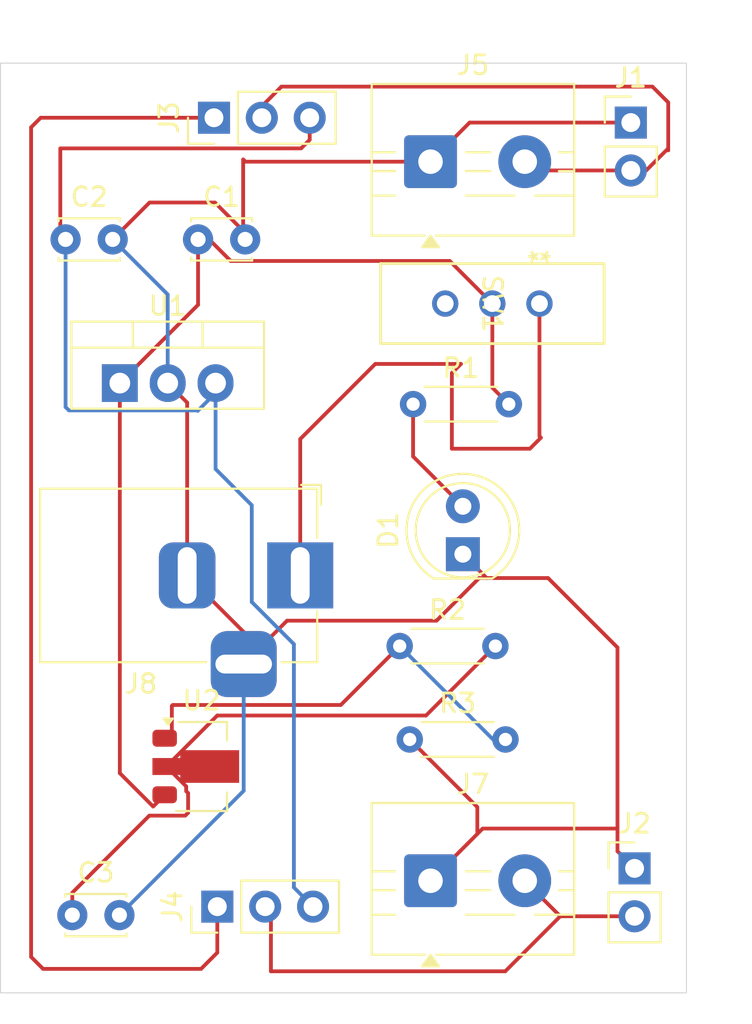
<source format=kicad_pcb>
(kicad_pcb (version 20241229) (generator "pcbnew") (generator_version "9.0")
  (layers (0 "F.Cu" signal) (2 "B.Cu" signal) (13 "F.Paste" user) (15 "B.Paste" user) (5 "F.SilkS" user "F.Silkscreen") (7 "B.SilkS" user "B.Silkscreen") (1 "F.Mask" user) (3 "B.Mask" user) (25 "Edge.Cuts" user))
  (net 0 "")
  (net 1 "GND")
  (net 2 "12v")
  (net 3 "5v")
  (net 4 "3.3")
  (net 5 "Net-(D1-A)")
  (net 6 "Net-(J1-Pin_2)")
  (net 7 "Net-(J2-Pin_2)")
  (net 8 "3.3v")
  (net 9 "Net-(J8-Pad1)")
  (net 10 "Net-(U2-ADJ)")
  (footprint "Package_TO_SOT_THT:TO-220-3_Vertical" (layer "F.Cu") (at 42.985653 62.916341)
    (property "Reference" "U1" (at 2.54 -4.1 0) (layer "F.SilkS"))
    (property "Value" "LM7805_TO220")
    (fp_line (start -2.57 -3.26) (end 7.65 -3.26) (stroke (width 0.12)) (layer "F.SilkS"))
    (fp_line (start -2.57 -1.88) (end 7.65 -1.88) (stroke (width 0.12)) (layer "F.SilkS"))
    (fp_line (start -2.57 1.36) (end -2.57 -3.26) (stroke (width 0.12)) (layer "F.SilkS"))
    (fp_line (start 0.69 -3.26) (end 0.69 -1.88) (stroke (width 0.12)) (layer "F.SilkS"))
    (fp_line (start 4.39 -3.26) (end 4.39 -1.88) (stroke (width 0.12)) (layer "F.SilkS"))
    (fp_line (start 7.65 -3.26) (end 7.65 1.36) (stroke (width 0.12)) (layer "F.SilkS"))
    (fp_line (start 7.65 1.36) (end -2.57 1.36) (stroke (width 0.12)) (layer "F.SilkS"))
    (pad "1" thru_hole rect (at 0 0) (size 1.905 2) (drill 1.1) (layers "*.Cu" "*.Mask") (net 2 "12v"))
    (pad "2" thru_hole oval (at 2.54 0) (size 1.905 2) (drill 1.1) (layers "*.Cu" "*.Mask") (net 1 "GND"))
    (pad "3" thru_hole oval (at 5.08 0) (size 1.905 2) (drill 1.1) (layers "*.Cu" "*.Mask") (net 3 "5v"))
  )
  (footprint "Resistor_THT:R_Axial_DIN0204_L3.6mm_D1.6mm_P5.08mm_Horizontal" (layer "F.Cu") (at 58.547 64.0334)
    (property "Reference" "R1" (at 2.54 -1.92 0) (layer "F.SilkS"))
    (property "Value" "330")
    (fp_line (start 0.62 -0.92) (end 4.46 -0.92) (stroke (width 0.12)) (layer "F.SilkS"))
    (fp_line (start 0.62 0.92) (end 4.46 0.92) (stroke (width 0.12)) (layer "F.SilkS"))
    (pad "1" thru_hole circle (at 0 0) (size 1.4 1.4) (drill 0.7) (layers "*.Cu" "*.Mask") (net 5 "Net-(D1-A)"))
    (pad "2" thru_hole circle (at 5.08 0) (size 1.4 1.4) (drill 0.7) (layers "*.Cu" "*.Mask") (net 2 "12v"))
  )
  (footprint "Connector_PinHeader_2.54mm:PinHeader_1x03_P2.54mm_Vertical" (layer "F.Cu") (at 48.1584 90.678 90)
    (property "Reference" "J4" (at 0 -2.38 90) (layer "F.SilkS"))
    (property "Value" "Conn_01x03_Pin")
    (fp_line (start -1.38 -1.38) (end 0 -1.38) (stroke (width 0.12)) (layer "F.SilkS"))
    (fp_line (start -1.38 0) (end -1.38 -1.38) (stroke (width 0.12)) (layer "F.SilkS"))
    (fp_line (start 1.38 1.27) (end 1.38 6.46) (stroke (width 0.12)) (layer "F.SilkS"))
    (fp_line (start -1.38 1.27) (end 1.38 1.27) (stroke (width 0.12)) (layer "F.SilkS"))
    (fp_line (start -1.38 1.27) (end -1.38 6.46) (stroke (width 0.12)) (layer "F.SilkS"))
    (fp_line (start -1.38 6.46) (end 1.38 6.46) (stroke (width 0.12)) (layer "F.SilkS"))
    (pad "1" thru_hole rect (at 0 0 90) (size 1.7 1.7) (drill 1) (layers "*.Cu" "*.Mask") (net 8 "3.3v"))
    (pad "2" thru_hole circle (at 0 2.54 90) (size 1.7 1.7) (drill 1) (layers "*.Cu" "*.Mask") (net 7 "Net-(J2-Pin_2)"))
    (pad "3" thru_hole circle (at 0 5.08 90) (size 1.7 1.7) (drill 1) (layers "*.Cu" "*.Mask") (net 3 "5v"))
  )
  (footprint "Connector_PinHeader_2.54mm:PinHeader_1x02_P2.54mm_Vertical" (layer "F.Cu") (at 70.3 88.65)
    (property "Reference" "J2" (at 0 -2.38 0) (layer "F.SilkS"))
    (property "Value" "Conn_01x02_Pin")
    (fp_line (start -1.38 -1.38) (end 0 -1.38) (stroke (width 0.12)) (layer "F.SilkS"))
    (fp_line (start -1.38 0) (end -1.38 -1.38) (stroke (width 0.12)) (layer "F.SilkS"))
    (fp_line (start -1.38 1.27) (end -1.38 3.92) (stroke (width 0.12)) (layer "F.SilkS"))
    (fp_line (start -1.38 1.27) (end 1.38 1.27) (stroke (width 0.12)) (layer "F.SilkS"))
    (fp_line (start -1.38 3.92) (end 1.38 3.92) (stroke (width 0.12)) (layer "F.SilkS"))
    (fp_line (start 1.38 1.27) (end 1.38 3.92) (stroke (width 0.12)) (layer "F.SilkS"))
    (pad "1" thru_hole rect (at 0 0) (size 1.7 1.7) (drill 1) (layers "*.Cu" "*.Mask") (net 1 "GND"))
    (pad "2" thru_hole circle (at 0 2.54) (size 1.7 1.7) (drill 1) (layers "*.Cu" "*.Mask") (net 7 "Net-(J2-Pin_2)"))
  )
  (footprint "footprints:SW_1218_EWI" (layer "F.Cu") (at 65.2526 58.6994 -90)
    (property "Reference" "SW1" (at 0 2.5 270) (layer "F.SilkS"))
    (property "Value" "EG1218")
    (fp_line (start -2.1209 8.4309) (end 2.1209 8.4309) (stroke (width 0.1524)) (layer "F.SilkS"))
    (fp_line (start 2.1209 8.4309) (end 2.1209 -3.4309) (stroke (width 0.1524)) (layer "F.SilkS"))
    (fp_line (start -2.1209 -3.4309) (end -2.1209 8.4309) (stroke (width 0.1524)) (layer "F.SilkS"))
    (fp_line (start 2.1209 -3.4309) (end -2.1209 -3.4309) (stroke (width 0.1524)) (layer "F.SilkS"))
    (fp_text user "*" (at -2.5019 0 90) (layer "F.SilkS"))
    (fp_text user "*" (at -2.5019 0 270) (layer "F.SilkS"))
    (pad "1" thru_hole circle (at 0 0 270) (size 1.397 1.397) (drill 0.889) (layers "*.Cu" "*.Mask") (net 9 "Net-(J8-Pad1)"))
    (pad "2" thru_hole circle (at 0 2.5 270) (size 1.397 1.397) (drill 0.889) (layers "*.Cu" "*.Mask") (net 2 "12v"))
    (pad "3" thru_hole circle (at 0 5 270) (size 1.397 1.397) (drill 0.889) (layers "*.Cu" "*.Mask"))
  )
  (footprint "Resistor_THT:R_Axial_DIN0204_L3.6mm_D1.6mm_P5.08mm_Horizontal" (layer "F.Cu") (at 58.3692 81.8134)
    (property "Reference" "R3" (at 2.54 -1.92 0) (layer "F.SilkS"))
    (property "Value" "560")
    (fp_line (start 0.62 -0.92) (end 4.46 -0.92) (stroke (width 0.12)) (layer "F.SilkS"))
    (fp_line (start 0.62 0.92) (end 4.46 0.92) (stroke (width 0.12)) (layer "F.SilkS"))
    (pad "1" thru_hole circle (at 0 0) (size 1.4 1.4) (drill 0.7) (layers "*.Cu" "*.Mask") (net 1 "GND"))
    (pad "2" thru_hole circle (at 5.08 0) (size 1.4 1.4) (drill 0.7) (layers "*.Cu" "*.Mask") (net 10 "Net-(U2-ADJ)"))
  )
  (footprint "Capacitor_THT:C_Disc_D3.0mm_W2.0mm_P2.50mm" (layer "F.Cu") (at 40.464703 91.128674)
    (property "Reference" "C3" (at 1.25 -2.25 0) (layer "F.SilkS"))
    (property "Value" "1u")
    (fp_line (start -0.37 -1.12) (end 2.87 -1.12) (stroke (width 0.12)) (layer "F.SilkS"))
    (fp_line (start -0.37 -0.972) (end -0.37 -1.12) (stroke (width 0.12)) (layer "F.SilkS"))
    (fp_line (start -0.37 1.12) (end -0.37 0.972) (stroke (width 0.12)) (layer "F.SilkS"))
    (fp_line (start 2.87 -1.12) (end 2.87 -0.972) (stroke (width 0.12)) (layer "F.SilkS"))
    (fp_line (start 2.87 0.972) (end 2.87 1.12) (stroke (width 0.12)) (layer "F.SilkS"))
    (fp_line (start 2.87 1.12) (end -0.37 1.12) (stroke (width 0.12)) (layer "F.SilkS"))
    (pad "1" thru_hole circle (at 0 0) (size 1.6 1.6) (drill 0.8) (layers "*.Cu" "*.Mask") (net 4 "3.3"))
    (pad "2" thru_hole circle (at 2.5 0) (size 1.6 1.6) (drill 0.8) (layers "*.Cu" "*.Mask") (net 1 "GND"))
  )
  (footprint "Connector_PinHeader_2.54mm:PinHeader_1x03_P2.54mm_Vertical" (layer "F.Cu") (at 47.9806 48.8442 90)
    (property "Reference" "J3" (at 0 -2.38 90) (layer "F.SilkS"))
    (property "Value" "Conn_01x03_Pin")
    (fp_line (start -1.38 -1.38) (end 0 -1.38) (stroke (width 0.12)) (layer "F.SilkS"))
    (fp_line (start -1.38 0) (end -1.38 -1.38) (stroke (width 0.12)) (layer "F.SilkS"))
    (fp_line (start 1.38 1.27) (end 1.38 6.46) (stroke (width 0.12)) (layer "F.SilkS"))
    (fp_line (start -1.38 1.27) (end 1.38 1.27) (stroke (width 0.12)) (layer "F.SilkS"))
    (fp_line (start -1.38 1.27) (end -1.38 6.46) (stroke (width 0.12)) (layer "F.SilkS"))
    (fp_line (start -1.38 6.46) (end 1.38 6.46) (stroke (width 0.12)) (layer "F.SilkS"))
    (pad "1" thru_hole rect (at 0 0 90) (size 1.7 1.7) (drill 1) (layers "*.Cu" "*.Mask") (net 8 "3.3v"))
    (pad "2" thru_hole circle (at 0 2.54 90) (size 1.7 1.7) (drill 1) (layers "*.Cu" "*.Mask") (net 6 "Net-(J1-Pin_2)"))
    (pad "3" thru_hole circle (at 0 5.08 90) (size 1.7 1.7) (drill 1) (layers "*.Cu" "*.Mask") (net 3 "5v"))
  )
  (footprint "LED_THT:LED_D5.0mm" (layer "F.Cu") (at 61.1886 71.9886 90)
    (property "Reference" "D1" (at 1.27 -3.96 90) (layer "F.SilkS"))
    (property "Value" "LED")
    (fp_line (start -1.29 -1.545) (end -1.29 1.545) (stroke (width 0.12)) (layer "F.SilkS"))
    (fp_arc (start -1.29 -1.54483) (mid 2.071779 -2.880495) (end 4.26 0) (stroke (width 0.12)) (layer "F.SilkS"))
    (fp_arc (start 4.26 0) (mid 2.071779 2.880495) (end -1.29 1.54483) (stroke (width 0.12)) (layer "F.SilkS"))
    (fp_circle (center 1.27 0) (end 3.77 0) (stroke (width 0.12)) (fill no) (layer "F.SilkS"))
    (pad "1" thru_hole rect (at 0 0 90) (size 1.8 1.8) (drill 0.9) (layers "*.Cu" "*.Mask") (net 1 "GND"))
    (pad "2" thru_hole circle (at 2.54 0 90) (size 1.8 1.8) (drill 0.9) (layers "*.Cu" "*.Mask") (net 5 "Net-(D1-A)"))
  )
  (footprint "TerminalBlock:TerminalBlock_MaiXu_MX126-5.0-02P_1x02_P5.00mm" (layer "F.Cu") (at 59.472 51.1739)
    (property "Reference" "J5" (at 2.25 -5.12 0) (layer "F.SilkS"))
    (property "Value" "Screw_Terminal_01x02")
    (fp_line (start -3.12 -4.12) (end 7.62 -4.12) (stroke (width 0.12)) (layer "F.SilkS"))
    (fp_line (start -3.12 -0.5) (end -1.88 -0.5) (stroke (width 0.12)) (layer "F.SilkS"))
    (fp_line (start -3.12 0.5) (end -1.88 0.5) (stroke (width 0.12)) (layer "F.SilkS"))
    (fp_line (start -3.12 1.8) (end -1.88 1.8) (stroke (width 0.12)) (layer "F.SilkS"))
    (fp_line (start -3.12 3.92) (end -3.12 -4.12) (stroke (width 0.12)) (layer "F.SilkS"))
    (fp_line (start -0.3 3.92) (end -3.12 3.92) (stroke (width 0.12)) (layer "F.SilkS"))
    (fp_line (start 1.88 -0.5) (end 3.188 -0.5) (stroke (width 0.12)) (layer "F.SilkS"))
    (fp_line (start 1.88 0.5) (end 3.188 0.5) (stroke (width 0.12)) (layer "F.SilkS"))
    (fp_line (start 1.88 1.8) (end 4.457 1.8) (stroke (width 0.12)) (layer "F.SilkS"))
    (fp_line (start 5.543 1.8) (end 7.62 1.8) (stroke (width 0.12)) (layer "F.SilkS"))
    (fp_line (start 6.812 -0.5) (end 7.62 -0.5) (stroke (width 0.12)) (layer "F.SilkS"))
    (fp_line (start 6.812 0.5) (end 7.62 0.5) (stroke (width 0.12)) (layer "F.SilkS"))
    (fp_line (start 7.62 -4.12) (end 7.62 3.92) (stroke (width 0.12)) (layer "F.SilkS"))
    (fp_line (start 7.62 3.92) (end 0.3 3.92) (stroke (width 0.12)) (layer "F.SilkS"))
    (fp_poly (pts (xy 0 3.92) (xy 0.44 4.53) (xy -0.44 4.53)) (stroke (width 0.12)) (fill yes) (layer "F.SilkS"))
    (pad "1" thru_hole roundrect (at 0 0) (size 2.8 2.8) (drill 1.3) (layers "*.Cu" "*.Mask") (roundrect_rratio 0.089286) (net 1 "GND"))
    (pad "2" thru_hole circle (at 5 0) (size 2.8 2.8) (drill 1.3) (layers "*.Cu" "*.Mask") (net 6 "Net-(J1-Pin_2)"))
  )
  (footprint "Capacitor_THT:C_Disc_D3.0mm_W2.0mm_P2.50mm" (layer "F.Cu") (at 47.137 55.2958)
    (property "Reference" "C1" (at 1.25 -2.25 0) (layer "F.SilkS"))
    (property "Value" "10u")
    (fp_line (start -0.37 -1.12) (end 2.87 -1.12) (stroke (width 0.12)) (layer "F.SilkS"))
    (fp_line (start -0.37 -0.972) (end -0.37 -1.12) (stroke (width 0.12)) (layer "F.SilkS"))
    (fp_line (start -0.37 1.12) (end -0.37 0.972) (stroke (width 0.12)) (layer "F.SilkS"))
    (fp_line (start 2.87 -1.12) (end 2.87 -0.972) (stroke (width 0.12)) (layer "F.SilkS"))
    (fp_line (start 2.87 0.972) (end 2.87 1.12) (stroke (width 0.12)) (layer "F.SilkS"))
    (fp_line (start 2.87 1.12) (end -0.37 1.12) (stroke (width 0.12)) (layer "F.SilkS"))
    (pad "1" thru_hole circle (at 0 0) (size 1.6 1.6) (drill 0.8) (layers "*.Cu" "*.Mask") (net 2 "12v"))
    (pad "2" thru_hole circle (at 2.5 0) (size 1.6 1.6) (drill 0.8) (layers "*.Cu" "*.Mask") (net 1 "GND"))
  )
  (footprint "Package_TO_SOT_SMD:SOT-89-3" (layer "F.Cu") (at 47.3154 83.2479)
    (property "Reference" "U2" (at 0 -3.5 0) (layer "F.SilkS"))
    (property "Value" "LM317L_SOT-89")
    (fp_line (start -1.22 -2.36) (end 1.36 -2.36) (stroke (width 0.12)) (layer "F.SilkS"))
    (fp_line (start 1.36 -1.38) (end 1.36 -2.36) (stroke (width 0.12)) (layer "F.SilkS"))
    (fp_line (start 1.36 1.38) (end 1.36 2.36) (stroke (width 0.12)) (layer "F.SilkS"))
    (fp_line (start 1.36 2.36) (end -1.36 2.36) (stroke (width 0.12)) (layer "F.SilkS"))
    (fp_poly (pts (xy -1.77 -2.21) (xy -2.01 -2.54) (xy -1.53 -2.54) (xy -1.77 -2.21)) (stroke (width 0.12)) (fill yes) (layer "F.SilkS"))
    (pad "1" smd roundrect (at -1.95 -1.5) (size 1.3 0.9) (layers "F.Cu" "F.Mask" "F.Paste") (net 10 "Net-(U2-ADJ)"))
    (pad "2" smd custom (at -1.8625 0) (size 1.475 0.9) (layers "F.Cu" "F.Mask" "F.Paste") (net 4 "3.3") (options (clearance outline) (anchor rect)) (primitives (gr_poly (pts (xy 3.8625 0.8665) (xy 0.7375 0.8665) (xy 0.7375 -0.8665) (xy 3.8625 -0.8665)) (width 0) (fill yes))))
    (pad "3" smd roundrect (at -1.95 1.5) (size 1.3 0.9) (layers "F.Cu" "F.Mask" "F.Paste") (net 2 "12v"))
  )
  (footprint "Resistor_THT:R_Axial_DIN0204_L3.6mm_D1.6mm_P5.08mm_Horizontal" (layer "F.Cu") (at 57.8358 76.8604)
    (property "Reference" "R2" (at 2.54 -1.92 0) (layer "F.SilkS"))
    (property "Value" "330")
    (fp_line (start 0.62 -0.92) (end 4.46 -0.92) (stroke (width 0.12)) (layer "F.SilkS"))
    (fp_line (start 0.62 0.92) (end 4.46 0.92) (stroke (width 0.12)) (layer "F.SilkS"))
    (pad "1" thru_hole circle (at 0 0) (size 1.4 1.4) (drill 0.7) (layers "*.Cu" "*.Mask") (net 10 "Net-(U2-ADJ)"))
    (pad "2" thru_hole circle (at 5.08 0) (size 1.4 1.4) (drill 0.7) (layers "*.Cu" "*.Mask") (net 4 "3.3"))
  )
  (footprint "Connector_BarrelJack:BarrelJack_Horizontal" (layer "F.Cu") (at 52.5582 73.115816)
    (property "Reference" "J8" (at -8.45 5.75 0) (layer "F.SilkS"))
    (property "Value" "Barrel_Jack_Switch")
    (fp_line (start -13.8 -4.6) (end 0.9 -4.6) (stroke (width 0.12)) (layer "F.SilkS"))
    (fp_line (start -13.8 4.6) (end -13.8 -4.6) (stroke (width 0.12)) (layer "F.SilkS"))
    (fp_line (start -5 4.6) (end -13.8 4.6) (stroke (width 0.12)) (layer "F.SilkS"))
    (fp_line (start 0.05 -4.8) (end 1.1 -4.8) (stroke (width 0.12)) (layer "F.SilkS"))
    (fp_line (start 0.9 -4.6) (end 0.9 -2) (stroke (width 0.12)) (layer "F.SilkS"))
    (fp_line (start 0.9 1.9) (end 0.9 4.6) (stroke (width 0.12)) (layer "F.SilkS"))
    (fp_line (start 0.9 4.6) (end -1 4.6) (stroke (width 0.12)) (layer "F.SilkS"))
    (fp_line (start 1.1 -3.75) (end 1.1 -4.8) (stroke (width 0.12)) (layer "F.SilkS"))
    (pad "1" thru_hole rect (at 0 0) (size 3.5 3.5) (drill oval 1 3) (layers "*.Cu" "*.Mask") (net 9 "Net-(J8-Pad1)"))
    (pad "2" thru_hole roundrect (at -6 0) (size 3 3.5) (drill oval 1 3) (layers "*.Cu" "*.Mask") (net 1 "GND"))
    (pad "3" thru_hole roundrect (at -3 4.7) (size 3.5 3.5) (drill oval 3 1) (layers "*.Cu" "*.Mask") (net 1 "GND"))
  )
  (footprint "Capacitor_THT:C_Disc_D3.0mm_W2.0mm_P2.50mm" (layer "F.Cu") (at 40.1066 55.2958)
    (property "Reference" "C2" (at 1.25 -2.25 0) (layer "F.SilkS"))
    (property "Value" "0.1u")
    (fp_line (start -0.37 -1.12) (end 2.87 -1.12) (stroke (width 0.12)) (layer "F.SilkS"))
    (fp_line (start -0.37 -0.972) (end -0.37 -1.12) (stroke (width 0.12)) (layer "F.SilkS"))
    (fp_line (start -0.37 1.12) (end -0.37 0.972) (stroke (width 0.12)) (layer "F.SilkS"))
    (fp_line (start 2.87 -1.12) (end 2.87 -0.972) (stroke (width 0.12)) (layer "F.SilkS"))
    (fp_line (start 2.87 0.972) (end 2.87 1.12) (stroke (width 0.12)) (layer "F.SilkS"))
    (fp_line (start 2.87 1.12) (end -0.37 1.12) (stroke (width 0.12)) (layer "F.SilkS"))
    (pad "1" thru_hole circle (at 0 0) (size 1.6 1.6) (drill 0.8) (layers "*.Cu" "*.Mask") (net 3 "5v"))
    (pad "2" thru_hole circle (at 2.5 0) (size 1.6 1.6) (drill 0.8) (layers "*.Cu" "*.Mask") (net 1 "GND"))
  )
  (footprint "Connector_PinHeader_2.54mm:PinHeader_1x02_P2.54mm_Vertical" (layer "F.Cu") (at 70.1 49.1)
    (property "Reference" "J1" (at 0 -2.38 0) (layer "F.SilkS"))
    (property "Value" "Conn_01x02_Pin")
    (fp_line (start -1.38 -1.38) (end 0 -1.38) (stroke (width 0.12)) (layer "F.SilkS"))
    (fp_line (start -1.38 0) (end -1.38 -1.38) (stroke (width 0.12)) (layer "F.SilkS"))
    (fp_line (start -1.38 1.27) (end -1.38 3.92) (stroke (width 0.12)) (layer "F.SilkS"))
    (fp_line (start -1.38 1.27) (end 1.38 1.27) (stroke (width 0.12)) (layer "F.SilkS"))
    (fp_line (start -1.38 3.92) (end 1.38 3.92) (stroke (width 0.12)) (layer "F.SilkS"))
    (fp_line (start 1.38 1.27) (end 1.38 3.92) (stroke (width 0.12)) (layer "F.SilkS"))
    (pad "1" thru_hole rect (at 0 0) (size 1.7 1.7) (drill 1) (layers "*.Cu" "*.Mask") (net 1 "GND"))
    (pad "2" thru_hole circle (at 0 2.54) (size 1.7 1.7) (drill 1) (layers "*.Cu" "*.Mask") (net 6 "Net-(J1-Pin_2)"))
  )
  (footprint "TerminalBlock:TerminalBlock_MaiXu_MX126-5.0-02P_1x02_P5.00mm" (layer "F.Cu") (at 59.472 89.3064)
    (property "Reference" "J7" (at 2.25 -5.12 0) (layer "F.SilkS"))
    (property "Value" "Screw_Terminal_01x02")
    (fp_line (start -3.12 -4.12) (end 7.62 -4.12) (stroke (width 0.12)) (layer "F.SilkS"))
    (fp_line (start -3.12 -0.5) (end -1.88 -0.5) (stroke (width 0.12)) (layer "F.SilkS"))
    (fp_line (start -3.12 0.5) (end -1.88 0.5) (stroke (width 0.12)) (layer "F.SilkS"))
    (fp_line (start -3.12 1.8) (end -1.88 1.8) (stroke (width 0.12)) (layer "F.SilkS"))
    (fp_line (start -3.12 3.92) (end -3.12 -4.12) (stroke (width 0.12)) (layer "F.SilkS"))
    (fp_line (start -0.3 3.92) (end -3.12 3.92) (stroke (width 0.12)) (layer "F.SilkS"))
    (fp_line (start 1.88 -0.5) (end 3.188 -0.5) (stroke (width 0.12)) (layer "F.SilkS"))
    (fp_line (start 1.88 0.5) (end 3.188 0.5) (stroke (width 0.12)) (layer "F.SilkS"))
    (fp_line (start 1.88 1.8) (end 4.457 1.8) (stroke (width 0.12)) (layer "F.SilkS"))
    (fp_line (start 5.543 1.8) (end 7.62 1.8) (stroke (width 0.12)) (layer "F.SilkS"))
    (fp_line (start 6.812 -0.5) (end 7.62 -0.5) (stroke (width 0.12)) (layer "F.SilkS"))
    (fp_line (start 6.812 0.5) (end 7.62 0.5) (stroke (width 0.12)) (layer "F.SilkS"))
    (fp_line (start 7.62 -4.12) (end 7.62 3.92) (stroke (width 0.12)) (layer "F.SilkS"))
    (fp_line (start 7.62 3.92) (end 0.3 3.92) (stroke (width 0.12)) (layer "F.SilkS"))
    (fp_poly (pts (xy 0 3.92) (xy 0.44 4.53) (xy -0.44 4.53)) (stroke (width 0.12)) (fill yes) (layer "F.SilkS"))
    (pad "1" thru_hole roundrect (at 0 0) (size 2.8 2.8) (drill 1.3) (layers "*.Cu" "*.Mask") (roundrect_rratio 0.089286) (net 1 "GND"))
    (pad "2" thru_hole circle (at 5 0) (size 2.8 2.8) (drill 1.3) (layers "*.Cu" "*.Mask") (net 7 "Net-(J2-Pin_2)"))
  )
  (gr_rect (start 36.6522 45.9486) (end 73.0504 95.25) (stroke (width 0.05)) (fill no) (layer "Edge.Cuts"))
  (segment (start 59.472 89.3064) (end 61.9559 86.8225) (width 0.2) (layer "F.Cu") (net 1))
  (segment (start 69.3928 87.7428) (end 70.3 88.65) (width 0.2) (layer "F.Cu") (net 1))
  (segment (start 69.3928 76.9366) (end 69.3928 86.5378) (width 0.2) (layer "F.Cu") (net 1))
  (segment (start 51.859816 75.5142) (end 59.7916 75.5142) (width 0.2) (layer "F.Cu") (net 1))
  (segment (start 49.5582 77.815816) (end 51.859816 75.5142) (width 0.2) (layer "F.Cu") (net 1))
  (segment (start 62.0522 73.2536) (end 62.4536 73.2536) (width 0.2) (layer "F.Cu") (net 1))
  (segment (start 46.5582 73.115816) (end 46.5582 63.948888) (width 0.2) (layer "F.Cu") (net 1))
  (segment (start 59.472 51.1739) (end 49.6499 51.1739) (width 0.2) (layer "F.Cu") (net 1))
  (segment (start 61.9559 86.8225) (end 62.2406 86.5378) (width 0.2) (layer "F.Cu") (net 1))
  (segment (start 49.53 51.054) (end 49.53 55.1888) (width 0.2) (layer "F.Cu") (net 1))
  (segment (start 49.637 55.2958) (end 49.637 54.9456) (width 0.2) (layer "F.Cu") (net 1))
  (segment (start 70.1 49.1) (end 61.5459 49.1) (width 0.2) (layer "F.Cu") (net 1))
  (segment (start 49.5582 76.115816) (end 46.5582 73.115816) (width 0.2) (layer "F.Cu") (net 1))
  (segment (start 58.3692 81.8134) (end 61.9559 85.4001) (width 0.2) (layer "F.Cu") (net 1))
  (segment (start 65.7098 73.2536) (end 69.3928 76.9366) (width 0.2) (layer "F.Cu") (net 1))
  (segment (start 61.5459 49.1) (end 59.472 51.1739) (width 0.2) (layer "F.Cu") (net 1))
  (segment (start 46.5582 63.948888) (end 45.525653 62.916341) (width 0.2) (layer "F.Cu") (net 1))
  (segment (start 49.637 54.9456) (end 48.0314 53.34) (width 0.2) (layer "F.Cu") (net 1))
  (segment (start 62.4536 73.2536) (end 65.7098 73.2536) (width 0.2) (layer "F.Cu") (net 1))
  (segment (start 61.1886 71.9886) (end 62.4536 73.2536) (width 0.2) (layer "F.Cu") (net 1))
  (segment (start 49.5582 77.815816) (end 49.5582 76.115816) (width 0.2) (layer "F.Cu") (net 1))
  (segment (start 49.6499 51.1739) (end 49.53 51.054) (width 0.2) (layer "F.Cu") (net 1))
  (segment (start 59.7916 75.5142) (end 62.0522 73.2536) (width 0.2) (layer "F.Cu") (net 1))
  (segment (start 49.53 55.1888) (end 49.637 55.2958) (width 0.2) (layer "F.Cu") (net 1))
  (segment (start 62.2406 86.5378) (end 69.3928 86.5378) (width 0.2) (layer "F.Cu") (net 1))
  (segment (start 69.3928 86.5378) (end 69.3928 87.7428) (width 0.2) (layer "F.Cu") (net 1))
  (segment (start 61.9559 85.4001) (end 61.9559 86.8225) (width 0.2) (layer "F.Cu") (net 1))
  (segment (start 44.5624 53.34) (end 42.6066 55.2958) (width 0.2) (layer "F.Cu") (net 1))
  (segment (start 48.0314 53.34) (end 44.5624 53.34) (width 0.2) (layer "F.Cu") (net 1))
  (segment (start 42.964703 91.128674) (end 49.5582 84.535177) (width 0.2) (layer "B.Cu") (net 1))
  (segment (start 49.5582 84.535177) (end 49.5582 77.815816) (width 0.2) (layer "B.Cu") (net 1))
  (segment (start 45.525653 58.214853) (end 45.525653 62.916341) (width 0.2) (layer "B.Cu") (net 1))
  (segment (start 42.6066 55.2958) (end 45.525653 58.214853) (width 0.2) (layer "B.Cu") (net 1))
  (segment (start 42.985653 62.916341) (end 42.985653 83.600253) (width 0.2) (layer "F.Cu") (net 2))
  (segment (start 45.3654 84.7588) (end 45.3654 84.7479) (width 0.2) (layer "F.Cu") (net 2))
  (segment (start 42.985653 83.600253) (end 44.7548 85.3694) (width 0.2) (layer "F.Cu") (net 2))
  (segment (start 62.7526 63.159) (end 63.627 64.0334) (width 0.2) (layer "F.Cu") (net 2))
  (segment (start 47.137 55.2958) (end 47.137 58.764994) (width 0.2) (layer "F.Cu") (net 2))
  (segment (start 47.137 55.2958) (end 47.7266 55.2958) (width 0.2) (layer "F.Cu") (net 2))
  (segment (start 62.7526 58.6994) (end 62.7526 63.159) (width 0.2) (layer "F.Cu") (net 2))
  (segment (start 44.7548 85.3694) (end 45.3654 84.7588) (width 0.2) (layer "F.Cu") (net 2))
  (segment (start 48.8696 56.4388) (end 60.492 56.4388) (width 0.2) (layer "F.Cu") (net 2))
  (segment (start 60.492 56.4388) (end 62.7526 58.6994) (width 0.2) (layer "F.Cu") (net 2))
  (segment (start 47.137 58.764994) (end 42.985653 62.916341) (width 0.2) (layer "F.Cu") (net 2))
  (segment (start 47.7266 55.2958) (end 48.8696 56.4388) (width 0.2) (layer "F.Cu") (net 2))
  (segment (start 39.8272 50.4698) (end 39.8272 55.0164) (width 0.2) (layer "F.Cu") (net 3))
  (segment (start 52.6034 50.4698) (end 39.8272 50.4698) (width 0.2) (layer "F.Cu") (net 3))
  (segment (start 53.0606 48.8442) (end 53.0606 50.0126) (width 0.2) (layer "F.Cu") (net 3))
  (segment (start 53.0606 50.0126) (end 52.6034 50.4698) (width 0.2) (layer "F.Cu") (net 3))
  (segment (start 39.8272 55.0164) (end 40.1066 55.2958) (width 0.2) (layer "F.Cu") (net 3))
  (segment (start 47.117 64.389) (end 48.065653 63.440347) (width 0.2) (layer "B.Cu") (net 3))
  (segment (start 40.1066 64.1858) (end 40.2844 64.3636) (width 0.2) (layer "B.Cu") (net 3))
  (segment (start 48.065653 63.440347) (end 48.065653 62.916341) (width 0.2) (layer "B.Cu") (net 3))
  (segment (start 40.2844 64.3636) (end 47.0916 64.3636) (width 0.2) (layer "B.Cu") (net 3))
  (segment (start 40.1066 55.2958) (end 40.1066 64.1858) (width 0.2) (layer "B.Cu") (net 3))
  (segment (start 49.9872 74.5236) (end 52.2224 76.7588) (width 0.2) (layer "B.Cu") (net 3))
  (segment (start 48.065653 67.471253) (end 49.9872 69.3928) (width 0.2) (layer "B.Cu") (net 3))
  (segment (start 52.2224 89.662) (end 53.2384 90.678) (width 0.2) (layer "B.Cu") (net 3))
  (segment (start 47.0916 64.3636) (end 47.117 64.389) (width 0.2) (layer "B.Cu") (net 3))
  (segment (start 52.2224 76.7588) (end 52.2224 89.662) (width 0.2) (layer "B.Cu") (net 3))
  (segment (start 48.065653 62.916341) (end 48.065653 67.471253) (width 0.2) (layer "B.Cu") (net 3))
  (segment (start 49.9872 69.3928) (end 49.9872 74.5236) (width 0.2) (layer "B.Cu") (net 3))
  (segment (start 59.2328 80.5434) (end 48.1574 80.5434) (width 0.2) (layer "F.Cu") (net 4))
  (segment (start 46.4566 85.852) (end 46.609 85.6996) (width 0.2) (layer "F.Cu") (net 4))
  (segment (start 46.609 85.6996) (end 46.609 84.6582) (width 0.2) (layer "F.Cu") (net 4))
  (segment (start 40.464703 91.128674) (end 40.464703 89.938897) (width 0.2) (layer "F.Cu") (net 4))
  (segment (start 46.5074 84.5566) (end 46.5074 84.3024) (width 0.2) (layer "F.Cu") (net 4))
  (segment (start 46.609 84.6582) (end 46.5074 84.5566) (width 0.2) (layer "F.Cu") (net 4))
  (segment (start 44.5516 85.852) (end 46.4566 85.852) (width 0.2) (layer "F.Cu") (net 4))
  (segment (start 62.9158 76.8604) (end 59.2328 80.5434) (width 0.2) (layer "F.Cu") (net 4))
  (segment (start 40.464703 89.938897) (end 44.5516 85.852) (width 0.2) (layer "F.Cu") (net 4))
  (segment (start 46.5074 84.3024) (end 45.4529 83.2479) (width 0.2) (layer "F.Cu") (net 4))
  (segment (start 48.1574 80.5434) (end 45.4529 83.2479) (width 0.2) (layer "F.Cu") (net 4))
  (segment (start 58.547 66.807) (end 61.1886 69.4486) (width 0.2) (layer "F.Cu") (net 5))
  (segment (start 58.547 64.0334) (end 58.547 66.807) (width 0.2) (layer "F.Cu") (net 5))
  (segment (start 70.1 51.64) (end 70.915 51.64) (width 0.2) (layer "F.Cu") (net 6))
  (segment (start 72.0344 50.5206) (end 72.0852 50.5714) (width 0.2) (layer "F.Cu") (net 6))
  (segment (start 72.0852 48.0314) (end 71.247 47.1932) (width 0.2) (layer "F.Cu") (net 6))
  (segment (start 64.9381 51.64) (end 64.472 51.1739) (width 0.2) (layer "F.Cu") (net 6))
  (segment (start 70.1 51.64) (end 64.9381 51.64) (width 0.2) (layer "F.Cu") (net 6))
  (segment (start 51.562 47.1932) (end 50.5206 48.2346) (width 0.2) (layer "F.Cu") (net 6))
  (segment (start 50.5206 48.2346) (end 50.5206 48.8442) (width 0.2) (layer "F.Cu") (net 6))
  (segment (start 70.915 51.64) (end 72.0344 50.5206) (width 0.2) (layer "F.Cu") (net 6))
  (segment (start 71.247 47.1932) (end 51.562 47.1932) (width 0.2) (layer "F.Cu") (net 6))
  (segment (start 72.0852 50.5714) (end 72.0852 48.0314) (width 0.2) (layer "F.Cu") (net 6))
  (segment (start 70.3 91.19) (end 66.3556 91.19) (width 0.2) (layer "F.Cu") (net 7))
  (segment (start 51.0032 90.9828) (end 51.0032 94.107) (width 0.2) (layer "F.Cu") (net 7))
  (segment (start 63.4386 94.107) (end 66.3556 91.19) (width 0.2) (layer "F.Cu") (net 7))
  (segment (start 50.6984 90.678) (end 51.0032 90.9828) (width 0.2) (layer "F.Cu") (net 7))
  (segment (start 66.3556 91.19) (end 64.472 89.3064) (width 0.2) (layer "F.Cu") (net 7))
  (segment (start 51.0032 94.107) (end 63.4386 94.107) (width 0.2) (layer "F.Cu") (net 7))
  (segment (start 38.2778 93.345) (end 38.9128 93.98) (width 0.2) (layer "F.Cu") (net 8))
  (segment (start 38.2778 49.3522) (end 38.2778 93.345) (width 0.2) (layer "F.Cu") (net 8))
  (segment (start 47.9806 48.8442) (end 38.7858 48.8442) (width 0.2) (layer "F.Cu") (net 8))
  (segment (start 38.9128 93.98) (end 47.2948 93.98) (width 0.2) (layer "F.Cu") (net 8))
  (segment (start 47.2948 93.98) (end 48.1584 93.1164) (width 0.2) (layer "F.Cu") (net 8))
  (segment (start 38.7858 48.8442) (end 38.2778 49.3522) (width 0.2) (layer "F.Cu") (net 8))
  (segment (start 48.1584 93.1164) (end 48.1584 90.678) (width 0.2) (layer "F.Cu") (net 8))
  (segment (start 65.2526 58.6994) (end 65.2526 65.7352) (width 0.2) (layer "F.Cu") (net 9))
  (segment (start 61.087 61.8998) (end 56.5404 61.8998) (width 0.2) (layer "F.Cu") (net 9))
  (segment (start 60.6044 62.3824) (end 61.087 61.8998) (width 0.2) (layer "F.Cu") (net 9))
  (segment (start 65.2526 65.7352) (end 65.3288 65.8114) (width 0.2) (layer "F.Cu") (net 9))
  (segment (start 60.6044 66.3956) (end 60.6044 62.3824) (width 0.2) (layer "F.Cu") (net 9))
  (segment (start 52.5582 65.882) (end 52.5582 73.115816) (width 0.2) (layer "F.Cu") (net 9))
  (segment (start 64.7446 66.3956) (end 60.6044 66.3956) (width 0.2) (layer "F.Cu") (net 9))
  (segment (start 56.5404 61.8998) (end 52.5582 65.882) (width 0.2) (layer "F.Cu") (net 9))
  (segment (start 65.3288 65.8114) (end 64.7446 66.3956) (width 0.2) (layer "F.Cu") (net 9))
  (segment (start 45.7962 79.9846) (end 45.7454 80.0354) (width 0.2) (layer "F.Cu") (net 10))
  (segment (start 57.8358 76.8604) (end 54.7116 79.9846) (width 0.2) (layer "F.Cu") (net 10))
  (segment (start 45.7454 81.3679) (end 45.3654 81.7479) (width 0.2) (layer "F.Cu") (net 10))
  (segment (start 54.7116 79.9846) (end 45.7962 79.9846) (width 0.2) (layer "F.Cu") (net 10))
  (segment (start 45.7454 80.0354) (end 45.7454 81.3679) (width 0.2) (layer "F.Cu") (net 10))
  (segment (start 62.7888 81.8134) (end 63.4492 81.8134) (width 0.2) (layer "B.Cu") (net 10))
  (segment (start 57.8358 76.8604) (end 62.7888 81.8134) (width 0.2) (layer "B.Cu") (net 10))
)
</source>
